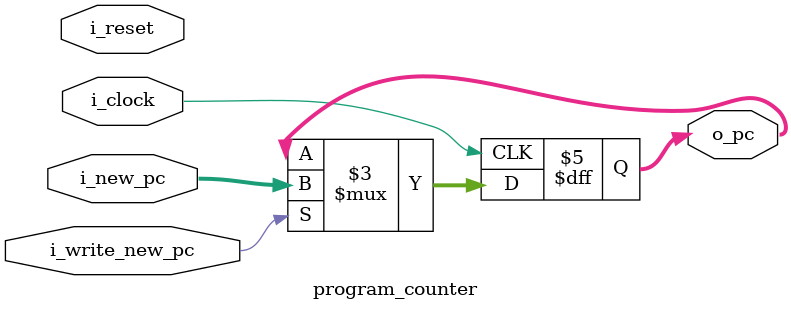
<source format=v>
`timescale 1ns / 1ps


module program_counter #(
    parameter   NB = 32
) (
    input   i_clock,
    input   i_reset, // Si viene en 1 resetea a 0 el PC
    input   i_write_new_pc, // Decide si se guarda el nuevo PC 
    input   [NB-1: 0] i_new_pc, // Si i_write_new_pc = 1 se queda con este PC, sino se queda con el previo.
    output reg [NB-1: 0] o_pc
    // TODO: falta la posibilidad de saltar (o_pc_4, o_pc_8)
);

    always @(posedge i_clock) begin
        if(i_reset)
            o_pc <= {NB{1'b0}};
        if (i_write_new_pc) 
            o_pc <= i_new_pc;
        else
            o_pc <= o_pc;    
    end

endmodule
</source>
